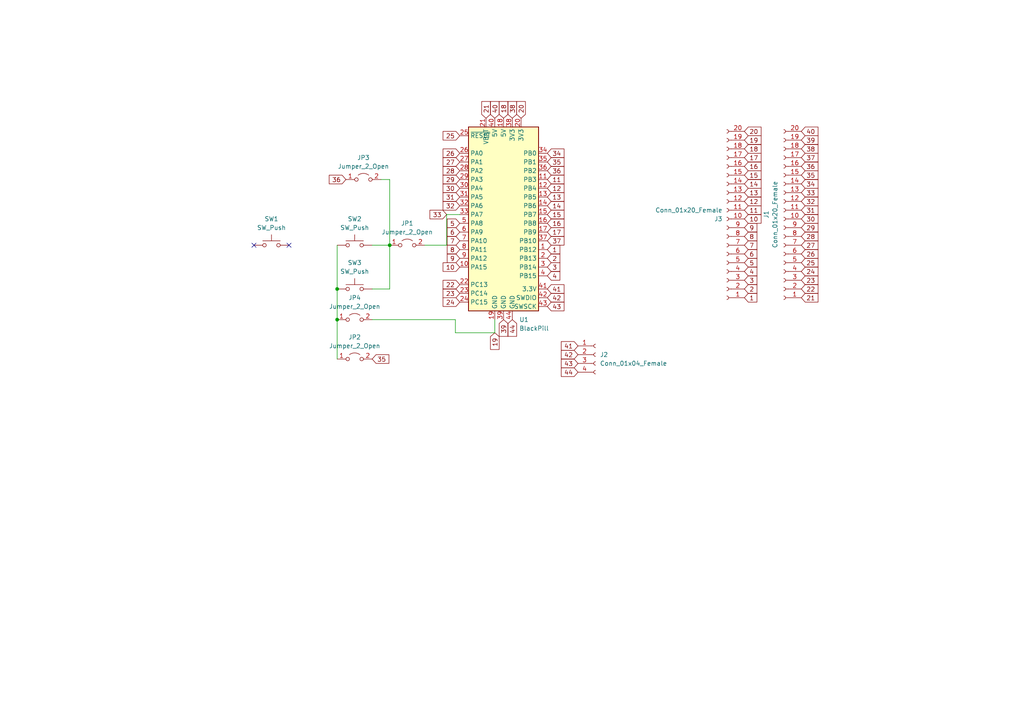
<source format=kicad_sch>
(kicad_sch (version 20211123) (generator eeschema)
  (paper "A4")
  (lib_symbols
    (symbol "Connector:Conn_01x04_Female" (pin_names (offset 1.016) hide)
      (property "Reference" "J" (at 0 5.08 0))
      (property "Value" "Conn_01x04_Female" (at 0 -7.62 0))
      (symbol "Conn_01x04_Female_1_1"
        (arc (start 0 -4.572) (mid -0.508 -5.08) (end 0 -5.588) (stroke (width 0.1524)))
        (arc (start 0 -2.032) (mid -0.508 -2.54) (end 0 -3.048) (stroke (width 0.1524)))
        (polyline (pts (xy -1.27 -5.08) (xy -0.508 -5.08)) (stroke (width 0.1524)))
        (polyline (pts (xy -1.27 -2.54) (xy -0.508 -2.54)) (stroke (width 0.1524)))
        (polyline (pts (xy -1.27 0) (xy -0.508 0)) (stroke (width 0.1524)))
        (polyline (pts (xy -1.27 2.54) (xy -0.508 2.54)) (stroke (width 0.1524)))
        (arc (start 0 0.508) (mid -0.508 0) (end 0 -0.508) (stroke (width 0.1524)))
        (arc (start 0 3.048) (mid -0.508 2.54) (end 0 2.032) (stroke (width 0.1524)))
        (pin passive line (at -5.08 2.54 0) (length 3.81) (name "Pin_1") (number "1"))
        (pin passive line (at -5.08 0 0) (length 3.81) (name "Pin_2") (number "2"))
        (pin passive line (at -5.08 -2.54 0) (length 3.81) (name "Pin_3") (number "3"))
        (pin passive line (at -5.08 -5.08 0) (length 3.81) (name "Pin_4") (number "4"))
      )
    )
    (symbol "Connector:Conn_01x20_Female" (pin_names (offset 1.016) hide)
      (property "Reference" "J" (at 0 25.4 0))
      (property "Value" "Conn_01x20_Female" (at 0 -27.94 0))
      (symbol "Conn_01x20_Female_1_1"
        (arc (start 0 -24.892) (mid -0.508 -25.4) (end 0 -25.908) (stroke (width 0.1524)))
        (arc (start 0 -22.352) (mid -0.508 -22.86) (end 0 -23.368) (stroke (width 0.1524)))
        (arc (start 0 -19.812) (mid -0.508 -20.32) (end 0 -20.828) (stroke (width 0.1524)))
        (arc (start 0 -17.272) (mid -0.508 -17.78) (end 0 -18.288) (stroke (width 0.1524)))
        (arc (start 0 -14.732) (mid -0.508 -15.24) (end 0 -15.748) (stroke (width 0.1524)))
        (arc (start 0 -12.192) (mid -0.508 -12.7) (end 0 -13.208) (stroke (width 0.1524)))
        (arc (start 0 -9.652) (mid -0.508 -10.16) (end 0 -10.668) (stroke (width 0.1524)))
        (arc (start 0 -7.112) (mid -0.508 -7.62) (end 0 -8.128) (stroke (width 0.1524)))
        (arc (start 0 -4.572) (mid -0.508 -5.08) (end 0 -5.588) (stroke (width 0.1524)))
        (arc (start 0 -2.032) (mid -0.508 -2.54) (end 0 -3.048) (stroke (width 0.1524)))
        (polyline (pts (xy -1.27 -25.4) (xy -0.508 -25.4)) (stroke (width 0.1524)))
        (polyline (pts (xy -1.27 -22.86) (xy -0.508 -22.86)) (stroke (width 0.1524)))
        (polyline (pts (xy -1.27 -20.32) (xy -0.508 -20.32)) (stroke (width 0.1524)))
        (polyline (pts (xy -1.27 -17.78) (xy -0.508 -17.78)) (stroke (width 0.1524)))
        (polyline (pts (xy -1.27 -15.24) (xy -0.508 -15.24)) (stroke (width 0.1524)))
        (polyline (pts (xy -1.27 -12.7) (xy -0.508 -12.7)) (stroke (width 0.1524)))
        (polyline (pts (xy -1.27 -10.16) (xy -0.508 -10.16)) (stroke (width 0.1524)))
        (polyline (pts (xy -1.27 -7.62) (xy -0.508 -7.62)) (stroke (width 0.1524)))
        (polyline (pts (xy -1.27 -5.08) (xy -0.508 -5.08)) (stroke (width 0.1524)))
        (polyline (pts (xy -1.27 -2.54) (xy -0.508 -2.54)) (stroke (width 0.1524)))
        (polyline (pts (xy -1.27 0) (xy -0.508 0)) (stroke (width 0.1524)))
        (polyline (pts (xy -1.27 2.54) (xy -0.508 2.54)) (stroke (width 0.1524)))
        (polyline (pts (xy -1.27 5.08) (xy -0.508 5.08)) (stroke (width 0.1524)))
        (polyline (pts (xy -1.27 7.62) (xy -0.508 7.62)) (stroke (width 0.1524)))
        (polyline (pts (xy -1.27 10.16) (xy -0.508 10.16)) (stroke (width 0.1524)))
        (polyline (pts (xy -1.27 12.7) (xy -0.508 12.7)) (stroke (width 0.1524)))
        (polyline (pts (xy -1.27 15.24) (xy -0.508 15.24)) (stroke (width 0.1524)))
        (polyline (pts (xy -1.27 17.78) (xy -0.508 17.78)) (stroke (width 0.1524)))
        (polyline (pts (xy -1.27 20.32) (xy -0.508 20.32)) (stroke (width 0.1524)))
        (polyline (pts (xy -1.27 22.86) (xy -0.508 22.86)) (stroke (width 0.1524)))
        (arc (start 0 0.508) (mid -0.508 0) (end 0 -0.508) (stroke (width 0.1524)))
        (arc (start 0 3.048) (mid -0.508 2.54) (end 0 2.032) (stroke (width 0.1524)))
        (arc (start 0 5.588) (mid -0.508 5.08) (end 0 4.572) (stroke (width 0.1524)))
        (arc (start 0 8.128) (mid -0.508 7.62) (end 0 7.112) (stroke (width 0.1524)))
        (arc (start 0 10.668) (mid -0.508 10.16) (end 0 9.652) (stroke (width 0.1524)))
        (arc (start 0 13.208) (mid -0.508 12.7) (end 0 12.192) (stroke (width 0.1524)))
        (arc (start 0 15.748) (mid -0.508 15.24) (end 0 14.732) (stroke (width 0.1524)))
        (arc (start 0 18.288) (mid -0.508 17.78) (end 0 17.272) (stroke (width 0.1524)))
        (arc (start 0 20.828) (mid -0.508 20.32) (end 0 19.812) (stroke (width 0.1524)))
        (arc (start 0 23.368) (mid -0.508 22.86) (end 0 22.352) (stroke (width 0.1524)))
        (pin passive line (at -5.08 22.86 0) (length 3.81) (name "Pin_1") (number "1"))
        (pin passive line (at -5.08 0 0) (length 3.81) (name "Pin_10") (number "10"))
        (pin passive line (at -5.08 -2.54 0) (length 3.81) (name "Pin_11") (number "11"))
        (pin passive line (at -5.08 -5.08 0) (length 3.81) (name "Pin_12") (number "12"))
        (pin passive line (at -5.08 -7.62 0) (length 3.81) (name "Pin_13") (number "13"))
        (pin passive line (at -5.08 -10.16 0) (length 3.81) (name "Pin_14") (number "14"))
        (pin passive line (at -5.08 -12.7 0) (length 3.81) (name "Pin_15") (number "15"))
        (pin passive line (at -5.08 -15.24 0) (length 3.81) (name "Pin_16") (number "16"))
        (pin passive line (at -5.08 -17.78 0) (length 3.81) (name "Pin_17") (number "17"))
        (pin passive line (at -5.08 -20.32 0) (length 3.81) (name "Pin_18") (number "18"))
        (pin passive line (at -5.08 -22.86 0) (length 3.81) (name "Pin_19") (number "19"))
        (pin passive line (at -5.08 20.32 0) (length 3.81) (name "Pin_2") (number "2"))
        (pin passive line (at -5.08 -25.4 0) (length 3.81) (name "Pin_20") (number "20"))
        (pin passive line (at -5.08 17.78 0) (length 3.81) (name "Pin_3") (number "3"))
        (pin passive line (at -5.08 15.24 0) (length 3.81) (name "Pin_4") (number "4"))
        (pin passive line (at -5.08 12.7 0) (length 3.81) (name "Pin_5") (number "5"))
        (pin passive line (at -5.08 10.16 0) (length 3.81) (name "Pin_6") (number "6"))
        (pin passive line (at -5.08 7.62 0) (length 3.81) (name "Pin_7") (number "7"))
        (pin passive line (at -5.08 5.08 0) (length 3.81) (name "Pin_8") (number "8"))
        (pin passive line (at -5.08 2.54 0) (length 3.81) (name "Pin_9") (number "9"))
      )
    )
    (symbol "Jumper:Jumper_2_Open" (pin_names (offset 0) hide)
      (property "Reference" "JP" (at 0 2.794 0))
      (property "Value" "Jumper_2_Open" (at 0 -2.286 0))
      (symbol "Jumper_2_Open_0_0"
        (circle (center -2.032 0) (radius 0.508))
        (circle (center 2.032 0) (radius 0.508))
      )
      (symbol "Jumper_2_Open_0_1"
        (arc (start 1.524 1.27) (mid 0 1.778) (end -1.524 1.27))
      )
      (symbol "Jumper_2_Open_1_1"
        (pin passive line (at -5.08 0 0) (length 2.54) (name "A") (number "1"))
        (pin passive line (at 5.08 0 180) (length 2.54) (name "B") (number "2"))
      )
    )
    (symbol "Switch:SW_Push" (pin_numbers hide) (pin_names (offset 1.016) hide)
      (property "Reference" "SW" (at 1.27 2.54 0))
      (property "Value" "SW_Push" (at 0 -1.524 0))
      (symbol "SW_Push_0_1"
        (circle (center -2.032 0) (radius 0.508))
        (polyline (pts (xy 0 1.27) (xy 0 3.048)))
        (polyline (pts (xy 2.54 1.27) (xy -2.54 1.27)))
        (circle (center 2.032 0) (radius 0.508))
        (pin passive line (at -5.08 0 0) (length 2.54) (name "1") (number "1"))
        (pin passive line (at 5.08 0 180) (length 2.54) (name "2") (number "2"))
      )
    )
    (symbol "blackpill_stlink:BlackPill_STLINK"
      (property "Reference" "U6" (at 4.5594 -27.5495 0))
      (property "Value" "BlackPill_STLINK" (at 4.5594 -30.3246 0))
      (symbol "BlackPill_STLINK_0_1"
        (rectangle (start -10.16 27.94) (end 10.16 -25.4) (stroke (width 0.254)) (fill (type background)))
      )
      (symbol "BlackPill_STLINK_1_1"
        (pin bidirectional line (at 12.7 -7.62 180) (length 2.54) (name "PB12") (number "1"))
        (pin bidirectional line (at -12.7 -12.7 0) (length 2.54) (name "PA15") (number "10"))
        (pin bidirectional line (at 12.7 12.7 180) (length 2.54) (name "PB3") (number "11"))
        (pin bidirectional line (at 12.7 10.16 180) (length 2.54) (name "PB4") (number "12"))
        (pin bidirectional line (at 12.7 7.62 180) (length 2.54) (name "PB5") (number "13"))
        (pin bidirectional line (at 12.7 5.08 180) (length 2.54) (name "PB6") (number "14"))
        (pin bidirectional line (at 12.7 2.54 180) (length 2.54) (name "PB7") (number "15"))
        (pin bidirectional line (at 12.7 0 180) (length 2.54) (name "PB8") (number "16"))
        (pin bidirectional line (at 12.7 -2.54 180) (length 2.54) (name "PB9") (number "17"))
        (pin power_in line (at 0 30.48 270) (length 2.54) (name "5V") (number "18"))
        (pin power_in line (at -2.54 -27.94 90) (length 2.54) (name "GND") (number "19"))
        (pin bidirectional line (at 12.7 -10.16 180) (length 2.54) (name "PB13") (number "2"))
        (pin power_out line (at 5.08 30.48 270) (length 2.54) (name "3V3") (number "20"))
        (pin power_in line (at -5.08 30.48 270) (length 2.54) (name "VBAT") (number "21"))
        (pin bidirectional line (at -12.7 -17.78 0) (length 2.54) (name "PC13") (number "22"))
        (pin bidirectional line (at -12.7 -20.32 0) (length 2.54) (name "PC14") (number "23"))
        (pin bidirectional line (at -12.7 -22.86 0) (length 2.54) (name "PC15") (number "24"))
        (pin input line (at -12.7 25.4 0) (length 2.54) (name "~{RESET}") (number "25"))
        (pin bidirectional line (at -12.7 20.32 0) (length 2.54) (name "PA0") (number "26"))
        (pin bidirectional line (at -12.7 17.78 0) (length 2.54) (name "PA1") (number "27"))
        (pin bidirectional line (at -12.7 15.24 0) (length 2.54) (name "PA2") (number "28"))
        (pin bidirectional line (at -12.7 12.7 0) (length 2.54) (name "PA3") (number "29"))
        (pin bidirectional line (at 12.7 -12.7 180) (length 2.54) (name "PB14") (number "3"))
        (pin bidirectional line (at -12.7 10.16 0) (length 2.54) (name "PA4") (number "30"))
        (pin bidirectional line (at -12.7 7.62 0) (length 2.54) (name "PA5") (number "31"))
        (pin bidirectional line (at -12.7 5.08 0) (length 2.54) (name "PA6") (number "32"))
        (pin bidirectional line (at -12.7 2.54 0) (length 2.54) (name "PA7") (number "33"))
        (pin bidirectional line (at 12.7 20.32 180) (length 2.54) (name "PB0") (number "34"))
        (pin bidirectional line (at 12.7 17.78 180) (length 2.54) (name "PB1") (number "35"))
        (pin bidirectional line (at 12.7 15.24 180) (length 2.54) (name "PB2") (number "36"))
        (pin bidirectional line (at 12.7 -5.08 180) (length 2.54) (name "PB10") (number "37"))
        (pin power_out line (at 2.54 30.48 270) (length 2.54) (name "3V3") (number "38"))
        (pin power_in line (at 0 -27.94 90) (length 2.54) (name "GND") (number "39"))
        (pin bidirectional line (at 12.7 -15.24 180) (length 2.54) (name "PB15") (number "4"))
        (pin passive line (at -2.54 30.48 270) (length 2.54) (name "5V") (number "40"))
        (pin power_out line (at 12.7 -19.05 180) (length 2.54) (name "3.3V") (number "41"))
        (pin bidirectional line (at 12.7 -21.59 180) (length 2.54) (name "SWDIO") (number "42"))
        (pin bidirectional line (at 12.7 -24.13 180) (length 2.54) (name "SWSCK") (number "43"))
        (pin power_in line (at 2.54 -27.94 90) (length 2.54) (name "GND") (number "44"))
        (pin bidirectional line (at -12.7 0 0) (length 2.54) (name "PA8") (number "5"))
        (pin bidirectional line (at -12.7 -2.54 0) (length 2.54) (name "PA9") (number "6"))
        (pin bidirectional line (at -12.7 -5.08 0) (length 2.54) (name "PA10") (number "7"))
        (pin bidirectional line (at -12.7 -7.62 0) (length 2.54) (name "PA11") (number "8"))
        (pin bidirectional line (at -12.7 -10.16 0) (length 2.54) (name "PA12") (number "9"))
      )
    )
  )
  (junction (at 113.03 71.12))
  (junction (at 97.79 83.82))
  (junction (at 97.79 92.71))
  (no_connect (at 83.82 71.12))
  (no_connect (at 73.66 71.12))
  (wire (pts (xy 107.95 92.71) (xy 132.08 92.71)))
  (wire (pts (xy 113.03 71.12) (xy 113.03 52.07)))
  (wire (pts (xy 107.95 83.82) (xy 113.03 83.82)))
  (wire (pts (xy 97.79 83.82) (xy 97.79 92.71)))
  (wire (pts (xy 97.79 71.12) (xy 97.79 83.82)))
  (wire (pts (xy 143.51 96.52) (xy 143.51 92.71)))
  (wire (pts (xy 129.54 71.12) (xy 129.54 62.23)))
  (wire (pts (xy 132.08 96.52) (xy 143.51 96.52)))
  (wire (pts (xy 129.54 62.23) (xy 133.35 62.23)))
  (wire (pts (xy 97.79 92.71) (xy 97.79 104.14)))
  (wire (pts (xy 132.08 92.71) (xy 132.08 96.52)))
  (wire (pts (xy 113.03 71.12) (xy 113.03 83.82)))
  (wire (pts (xy 107.95 71.12) (xy 113.03 71.12)))
  (wire (pts (xy 113.03 52.07) (xy 110.49 52.07)))
  (wire (pts (xy 123.19 71.12) (xy 129.54 71.12)))
  (global_label "28" (shape input) (at 133.35 49.53 180) (property "Intersheet References" "${INTERSHEET_REFS}" (effects hide)))
  (global_label "43" (shape input) (at 158.75 88.9 0) (property "Intersheet References" "${INTERSHEET_REFS}" (effects hide)))
  (global_label "23" (shape input) (at 133.35 85.09 180) (property "Intersheet References" "${INTERSHEET_REFS}" (effects hide)))
  (global_label "33" (shape input) (at 232.41 55.88 0) (property "Intersheet References" "${INTERSHEET_REFS}" (effects hide)))
  (global_label "5" (shape input) (at 215.9 76.2 0) (property "Intersheet References" "${INTERSHEET_REFS}" (effects hide)))
  (global_label "40" (shape input) (at 232.41 38.1 0) (property "Intersheet References" "${INTERSHEET_REFS}" (effects hide)))
  (global_label "41" (shape input) (at 167.64 100.33 180) (property "Intersheet References" "${INTERSHEET_REFS}" (effects hide)))
  (global_label "28" (shape input) (at 232.41 68.58 0) (property "Intersheet References" "${INTERSHEET_REFS}" (effects hide)))
  (global_label "35" (shape input) (at 232.41 50.8 0) (property "Intersheet References" "${INTERSHEET_REFS}" (effects hide)))
  (global_label "27" (shape input) (at 232.41 71.12 0) (property "Intersheet References" "${INTERSHEET_REFS}" (effects hide)))
  (global_label "8" (shape input) (at 215.9 68.58 0) (property "Intersheet References" "${INTERSHEET_REFS}" (effects hide)))
  (global_label "27" (shape input) (at 133.35 46.99 180) (property "Intersheet References" "${INTERSHEET_REFS}" (effects hide)))
  (global_label "35" (shape input) (at 107.95 104.14 0) (property "Intersheet References" "${INTERSHEET_REFS}" (effects hide)))
  (global_label "41" (shape input) (at 158.75 83.82 0) (property "Intersheet References" "${INTERSHEET_REFS}" (effects hide)))
  (global_label "39" (shape input) (at 146.05 92.71 270) (property "Intersheet References" "${INTERSHEET_REFS}" (effects hide)))
  (global_label "29" (shape input) (at 133.35 52.07 180) (property "Intersheet References" "${INTERSHEET_REFS}" (effects hide)))
  (global_label "21" (shape input) (at 232.41 86.36 0) (property "Intersheet References" "${INTERSHEET_REFS}" (effects hide)))
  (global_label "3" (shape input) (at 215.9 81.28 0) (property "Intersheet References" "${INTERSHEET_REFS}" (effects hide)))
  (global_label "15" (shape input) (at 215.9 50.8 0) (property "Intersheet References" "${INTERSHEET_REFS}" (effects hide)))
  (global_label "7" (shape input) (at 215.9 71.12 0) (property "Intersheet References" "${INTERSHEET_REFS}" (effects hide)))
  (global_label "31" (shape input) (at 133.35 57.15 180) (property "Intersheet References" "${INTERSHEET_REFS}" (effects hide)))
  (global_label "5" (shape input) (at 133.35 64.77 180) (property "Intersheet References" "${INTERSHEET_REFS}" (effects hide)))
  (global_label "22" (shape input) (at 133.35 82.55 180) (property "Intersheet References" "${INTERSHEET_REFS}" (effects hide)))
  (global_label "13" (shape input) (at 158.75 57.15 0) (property "Intersheet References" "${INTERSHEET_REFS}" (effects hide)))
  (global_label "4" (shape input) (at 215.9 78.74 0) (property "Intersheet References" "${INTERSHEET_REFS}" (effects hide)))
  (global_label "35" (shape input) (at 158.75 46.99 0) (property "Intersheet References" "${INTERSHEET_REFS}" (effects hide)))
  (global_label "10" (shape input) (at 133.35 77.47 180) (property "Intersheet References" "${INTERSHEET_REFS}" (effects hide)))
  (global_label "26" (shape input) (at 133.35 44.45 180) (property "Intersheet References" "${INTERSHEET_REFS}" (effects hide)))
  (global_label "12" (shape input) (at 158.75 54.61 0) (property "Intersheet References" "${INTERSHEET_REFS}" (effects hide)))
  (global_label "29" (shape input) (at 232.41 66.04 0) (property "Intersheet References" "${INTERSHEET_REFS}" (effects hide)))
  (global_label "10" (shape input) (at 215.9 63.5 0) (property "Intersheet References" "${INTERSHEET_REFS}" (effects hide)))
  (global_label "1" (shape input) (at 158.75 72.39 0) (property "Intersheet References" "${INTERSHEET_REFS}" (effects hide)))
  (global_label "16" (shape input) (at 215.9 48.26 0) (property "Intersheet References" "${INTERSHEET_REFS}" (effects hide)))
  (global_label "33" (shape input) (at 129.54 62.23 180) (property "Intersheet References" "${INTERSHEET_REFS}" (effects hide)))
  (global_label "14" (shape input) (at 158.75 59.69 0) (property "Intersheet References" "${INTERSHEET_REFS}" (effects hide)))
  (global_label "1" (shape input) (at 215.9 86.36 0) (property "Intersheet References" "${INTERSHEET_REFS}" (effects hide)))
  (global_label "42" (shape input) (at 158.75 86.36 0) (property "Intersheet References" "${INTERSHEET_REFS}" (effects hide)))
  (global_label "25" (shape input) (at 133.35 39.37 180) (property "Intersheet References" "${INTERSHEET_REFS}" (effects hide)))
  (global_label "21" (shape input) (at 140.97 34.29 90) (property "Intersheet References" "${INTERSHEET_REFS}" (effects hide)))
  (global_label "9" (shape input) (at 215.9 66.04 0) (property "Intersheet References" "${INTERSHEET_REFS}" (effects hide)))
  (global_label "19" (shape input) (at 215.9 40.64 0) (property "Intersheet References" "${INTERSHEET_REFS}" (effects hide)))
  (global_label "18" (shape input) (at 215.9 43.18 0) (property "Intersheet References" "${INTERSHEET_REFS}" (effects hide)))
  (global_label "43" (shape input) (at 167.64 105.41 180) (property "Intersheet References" "${INTERSHEET_REFS}" (effects hide)))
  (global_label "20" (shape input) (at 215.9 38.1 0) (property "Intersheet References" "${INTERSHEET_REFS}" (effects hide)))
  (global_label "38" (shape input) (at 232.41 43.18 0) (property "Intersheet References" "${INTERSHEET_REFS}" (effects hide)))
  (global_label "39" (shape input) (at 232.41 40.64 0) (property "Intersheet References" "${INTERSHEET_REFS}" (effects hide)))
  (global_label "30" (shape input) (at 133.35 54.61 180) (property "Intersheet References" "${INTERSHEET_REFS}" (effects hide)))
  (global_label "40" (shape input) (at 143.51 34.29 90) (property "Intersheet References" "${INTERSHEET_REFS}" (effects hide)))
  (global_label "37" (shape input) (at 158.75 69.85 0) (property "Intersheet References" "${INTERSHEET_REFS}" (effects hide)))
  (global_label "23" (shape input) (at 232.41 81.28 0) (property "Intersheet References" "${INTERSHEET_REFS}" (effects hide)))
  (global_label "12" (shape input) (at 215.9 58.42 0) (property "Intersheet References" "${INTERSHEET_REFS}" (effects hide)))
  (global_label "26" (shape input) (at 232.41 73.66 0) (property "Intersheet References" "${INTERSHEET_REFS}" (effects hide)))
  (global_label "30" (shape input) (at 232.41 63.5 0) (property "Intersheet References" "${INTERSHEET_REFS}" (effects hide)))
  (global_label "44" (shape input) (at 148.59 92.71 270) (property "Intersheet References" "${INTERSHEET_REFS}" (effects hide)))
  (global_label "31" (shape input) (at 232.41 60.96 0) (property "Intersheet References" "${INTERSHEET_REFS}" (effects hide)))
  (global_label "3" (shape input) (at 158.75 77.47 0) (property "Intersheet References" "${INTERSHEET_REFS}" (effects hide)))
  (global_label "9" (shape input) (at 133.35 74.93 180) (property "Intersheet References" "${INTERSHEET_REFS}" (effects hide)))
  (global_label "11" (shape input) (at 158.75 52.07 0) (property "Intersheet References" "${INTERSHEET_REFS}" (effects hide)))
  (global_label "24" (shape input) (at 133.35 87.63 180) (property "Intersheet References" "${INTERSHEET_REFS}" (effects hide)))
  (global_label "25" (shape input) (at 232.41 76.2 0) (property "Intersheet References" "${INTERSHEET_REFS}" (effects hide)))
  (global_label "14" (shape input) (at 215.9 53.34 0) (property "Intersheet References" "${INTERSHEET_REFS}" (effects hide)))
  (global_label "24" (shape input) (at 232.41 78.74 0) (property "Intersheet References" "${INTERSHEET_REFS}" (effects hide)))
  (global_label "16" (shape input) (at 158.75 64.77 0) (property "Intersheet References" "${INTERSHEET_REFS}" (effects hide)))
  (global_label "34" (shape input) (at 158.75 44.45 0) (property "Intersheet References" "${INTERSHEET_REFS}" (effects hide)))
  (global_label "32" (shape input) (at 133.35 59.69 180) (property "Intersheet References" "${INTERSHEET_REFS}" (effects hide)))
  (global_label "32" (shape input) (at 232.41 58.42 0) (property "Intersheet References" "${INTERSHEET_REFS}" (effects hide)))
  (global_label "20" (shape input) (at 151.13 34.29 90) (property "Intersheet References" "${INTERSHEET_REFS}" (effects hide)))
  (global_label "8" (shape input) (at 133.35 72.39 180) (property "Intersheet References" "${INTERSHEET_REFS}" (effects hide)))
  (global_label "19" (shape input) (at 143.51 96.52 270) (property "Intersheet References" "${INTERSHEET_REFS}" (effects hide)))
  (global_label "37" (shape input) (at 232.41 45.72 0) (property "Intersheet References" "${INTERSHEET_REFS}" (effects hide)))
  (global_label "17" (shape input) (at 215.9 45.72 0) (property "Intersheet References" "${INTERSHEET_REFS}" (effects hide)))
  (global_label "36" (shape input) (at 100.33 52.07 180) (property "Intersheet References" "${INTERSHEET_REFS}" (effects hide)))
  (global_label "2" (shape input) (at 158.75 74.93 0) (property "Intersheet References" "${INTERSHEET_REFS}" (effects hide)))
  (global_label "44" (shape input) (at 167.64 107.95 180) (property "Intersheet References" "${INTERSHEET_REFS}" (effects hide)))
  (global_label "42" (shape input) (at 167.64 102.87 180) (property "Intersheet References" "${INTERSHEET_REFS}" (effects hide)))
  (global_label "15" (shape input) (at 158.75 62.23 0) (property "Intersheet References" "${INTERSHEET_REFS}" (effects hide)))
  (global_label "38" (shape input) (at 148.59 34.29 90) (property "Intersheet References" "${INTERSHEET_REFS}" (effects hide)))
  (global_label "2" (shape input) (at 215.9 83.82 0) (property "Intersheet References" "${INTERSHEET_REFS}" (effects hide)))
  (global_label "11" (shape input) (at 215.9 60.96 0) (property "Intersheet References" "${INTERSHEET_REFS}" (effects hide)))
  (global_label "18" (shape input) (at 146.05 34.29 90) (property "Intersheet References" "${INTERSHEET_REFS}" (effects hide)))
  (global_label "22" (shape input) (at 232.41 83.82 0) (property "Intersheet References" "${INTERSHEET_REFS}" (effects hide)))
  (global_label "36" (shape input) (at 232.41 48.26 0) (property "Intersheet References" "${INTERSHEET_REFS}" (effects hide)))
  (global_label "7" (shape input) (at 133.35 69.85 180) (property "Intersheet References" "${INTERSHEET_REFS}" (effects hide)))
  (global_label "36" (shape input) (at 158.75 49.53 0) (property "Intersheet References" "${INTERSHEET_REFS}" (effects hide)))
  (global_label "17" (shape input) (at 158.75 67.31 0) (property "Intersheet References" "${INTERSHEET_REFS}" (effects hide)))
  (global_label "34" (shape input) (at 232.41 53.34 0) (property "Intersheet References" "${INTERSHEET_REFS}" (effects hide)))
  (global_label "13" (shape input) (at 215.9 55.88 0) (property "Intersheet References" "${INTERSHEET_REFS}" (effects hide)))
  (global_label "6" (shape input) (at 133.35 67.31 180) (property "Intersheet References" "${INTERSHEET_REFS}" (effects hide)))
  (global_label "4" (shape input) (at 158.75 80.01 0) (property "Intersheet References" "${INTERSHEET_REFS}" (effects hide)))
  (global_label "6" (shape input) (at 215.9 73.66 0) (property "Intersheet References" "${INTERSHEET_REFS}" (effects hide)))
  (symbol (lib_id "Connector:Conn_01x20_Female") (at 227.33 63.5 180) (unit 1)
    (property "Reference" "J1" (at 222.25 62.23 90))
    (property "Value" "Conn_01x20_Female" (at 224.79 62.23 90))
    (property "Footprint" "Connector_PinSocket_2.54mm:PinSocket_1x20_P2.54mm_Vertical" (effects hide))
  )
  (symbol (lib_id "blackpill_stlink:BlackPill_STLINK") (at 146.05 64.77 0) (unit 1)
    (property "Reference" "U1" (at 150.6094 92.71 0) (effects (justify left)))
    (property "Value" "BlackPill" (at 150.6094 95.25 0) (effects (justify left)))
    (property "Footprint" "kicad_blackpill:BlackPill_STLINK" (effects hide))
  )
  (symbol (lib_id "Jumper:Jumper_2_Open") (at 102.87 104.14 0) (unit 1)
    (property "Reference" "JP2" (at 102.87 97.79 0))
    (property "Value" "Jumper_2_Open" (at 102.87 100.33 0))
    (property "Footprint" "Jumper:SolderJumper-2_P1.3mm_Open_RoundedPad1.0x1.5mm" (effects hide))
  )
  (symbol (lib_id "Jumper:Jumper_2_Open") (at 118.11 71.12 0) (unit 1)
    (property "Reference" "JP1" (at 118.11 64.77 0))
    (property "Value" "Jumper_2_Open" (at 118.11 67.31 0))
    (property "Footprint" "Jumper:SolderJumper-2_P1.3mm_Open_RoundedPad1.0x1.5mm" (effects hide))
  )
  (symbol (lib_id "Switch:SW_Push") (at 78.74 71.12 0) (unit 1)
    (property "Reference" "SW1" (at 78.74 63.5 0))
    (property "Value" "SW_Push" (at 78.74 66.04 0))
    (property "Footprint" "kailh_big_series:kailh_big_series" (effects hide))
  )
  (symbol (lib_id "Jumper:Jumper_2_Open") (at 102.87 92.71 0) (unit 1)
    (property "Reference" "JP4" (at 102.87 86.36 0))
    (property "Value" "Jumper_2_Open" (at 102.87 88.9 0))
    (property "Footprint" "Jumper:SolderJumper-2_P1.3mm_Open_RoundedPad1.0x1.5mm" (effects hide))
  )
  (symbol (lib_id "Switch:SW_Push") (at 102.87 83.82 0) (unit 1)
    (property "Reference" "SW3" (at 102.87 76.2 0))
    (property "Value" "SW_Push" (at 102.87 78.74 0))
    (property "Footprint" "kailh_big_series:kailh_big_series" (effects hide))
  )
  (symbol (lib_id "Jumper:Jumper_2_Open") (at 105.41 52.07 0) (unit 1)
    (property "Reference" "JP3" (at 105.41 45.72 0))
    (property "Value" "Jumper_2_Open" (at 105.41 48.26 0))
    (property "Footprint" "Jumper:SolderJumper-2_P1.3mm_Open_RoundedPad1.0x1.5mm" (effects hide))
  )
  (symbol (lib_id "Connector:Conn_01x04_Female") (at 172.72 102.87 0) (unit 1)
    (property "Reference" "J2" (at 173.99 102.8699 0) (effects (justify left)))
    (property "Value" "Conn_01x04_Female" (at 173.99 105.4099 0) (effects (justify left)))
    (property "Footprint" "Connector_PinSocket_2.54mm:PinSocket_1x04_P2.54mm_Vertical" (effects hide))
  )
  (symbol (lib_id "Connector:Conn_01x20_Female") (at 210.82 63.5 180) (unit 1)
    (property "Reference" "J3" (at 209.55 63.5001 0) (effects (justify left)))
    (property "Value" "Conn_01x20_Female" (at 209.55 60.9601 0) (effects (justify left)))
    (property "Footprint" "Connector_PinSocket_2.54mm:PinSocket_1x20_P2.54mm_Vertical" (effects hide))
  )
  (symbol (lib_id "Switch:SW_Push") (at 102.87 71.12 0) (unit 1)
    (property "Reference" "SW2" (at 102.87 63.5 0))
    (property "Value" "SW_Push" (at 102.87 66.04 0))
    (property "Footprint" "kailh_big_series:kailh_big_series" (effects hide))
  )
)
</source>
